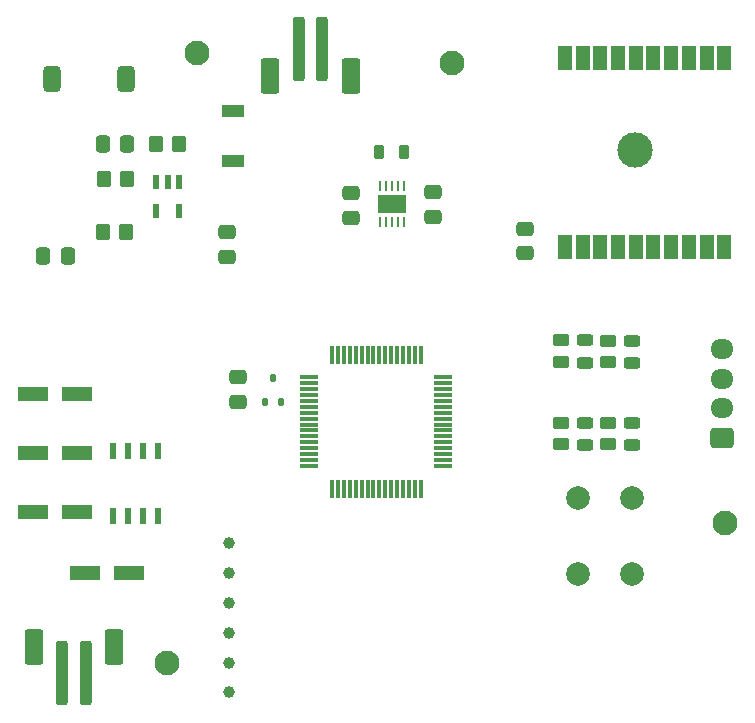
<source format=gbr>
%TF.GenerationSoftware,KiCad,Pcbnew,8.0.5*%
%TF.CreationDate,2024-10-17T13:29:10-04:00*%
%TF.ProjectId,PCB,5043422e-6b69-4636-9164-5f7063625858,rev?*%
%TF.SameCoordinates,Original*%
%TF.FileFunction,Soldermask,Top*%
%TF.FilePolarity,Negative*%
%FSLAX46Y46*%
G04 Gerber Fmt 4.6, Leading zero omitted, Abs format (unit mm)*
G04 Created by KiCad (PCBNEW 8.0.5) date 2024-10-17 13:29:10*
%MOMM*%
%LPD*%
G01*
G04 APERTURE LIST*
G04 Aperture macros list*
%AMRoundRect*
0 Rectangle with rounded corners*
0 $1 Rounding radius*
0 $2 $3 $4 $5 $6 $7 $8 $9 X,Y pos of 4 corners*
0 Add a 4 corners polygon primitive as box body*
4,1,4,$2,$3,$4,$5,$6,$7,$8,$9,$2,$3,0*
0 Add four circle primitives for the rounded corners*
1,1,$1+$1,$2,$3*
1,1,$1+$1,$4,$5*
1,1,$1+$1,$6,$7*
1,1,$1+$1,$8,$9*
0 Add four rect primitives between the rounded corners*
20,1,$1+$1,$2,$3,$4,$5,0*
20,1,$1+$1,$4,$5,$6,$7,0*
20,1,$1+$1,$6,$7,$8,$9,0*
20,1,$1+$1,$8,$9,$2,$3,0*%
G04 Aperture macros list end*
%ADD10RoundRect,0.250000X0.350000X0.450000X-0.350000X0.450000X-0.350000X-0.450000X0.350000X-0.450000X0*%
%ADD11RoundRect,0.218750X-0.218750X-0.381250X0.218750X-0.381250X0.218750X0.381250X-0.218750X0.381250X0*%
%ADD12RoundRect,0.250000X0.450000X-0.262500X0.450000X0.262500X-0.450000X0.262500X-0.450000X-0.262500X0*%
%ADD13C,2.100000*%
%ADD14R,2.514600X1.219200*%
%ADD15RoundRect,0.375000X-0.375000X-0.725000X0.375000X-0.725000X0.375000X0.725000X-0.375000X0.725000X0*%
%ADD16C,3.000000*%
%ADD17RoundRect,0.050800X0.500000X-1.000000X0.500000X1.000000X-0.500000X1.000000X-0.500000X-1.000000X0*%
%ADD18RoundRect,0.050800X-0.500000X1.000000X-0.500000X-1.000000X0.500000X-1.000000X0.500000X1.000000X0*%
%ADD19RoundRect,0.075000X-0.700000X-0.075000X0.700000X-0.075000X0.700000X0.075000X-0.700000X0.075000X0*%
%ADD20RoundRect,0.075000X-0.075000X-0.700000X0.075000X-0.700000X0.075000X0.700000X-0.075000X0.700000X0*%
%ADD21R,0.558800X1.460500*%
%ADD22RoundRect,0.112500X-0.112500X-0.237500X0.112500X-0.237500X0.112500X0.237500X-0.112500X0.237500X0*%
%ADD23RoundRect,0.250000X-0.350000X-0.450000X0.350000X-0.450000X0.350000X0.450000X-0.350000X0.450000X0*%
%ADD24RoundRect,0.250000X0.250000X2.500000X-0.250000X2.500000X-0.250000X-2.500000X0.250000X-2.500000X0*%
%ADD25RoundRect,0.250000X0.550000X1.250000X-0.550000X1.250000X-0.550000X-1.250000X0.550000X-1.250000X0*%
%ADD26R,0.558800X1.270000*%
%ADD27C,2.000000*%
%ADD28RoundRect,0.250000X-0.250000X-2.500000X0.250000X-2.500000X0.250000X2.500000X-0.250000X2.500000X0*%
%ADD29RoundRect,0.250000X-0.550000X-1.250000X0.550000X-1.250000X0.550000X1.250000X-0.550000X1.250000X0*%
%ADD30C,1.000000*%
%ADD31RoundRect,0.250000X-0.475000X0.337500X-0.475000X-0.337500X0.475000X-0.337500X0.475000X0.337500X0*%
%ADD32RoundRect,0.250000X-0.450000X0.262500X-0.450000X-0.262500X0.450000X-0.262500X0.450000X0.262500X0*%
%ADD33RoundRect,0.250000X0.337500X0.475000X-0.337500X0.475000X-0.337500X-0.475000X0.337500X-0.475000X0*%
%ADD34R,0.240000X0.899999*%
%ADD35R,2.400000X1.649999*%
%ADD36RoundRect,0.243750X0.456250X-0.243750X0.456250X0.243750X-0.456250X0.243750X-0.456250X-0.243750X0*%
%ADD37RoundRect,0.250000X0.475000X-0.337500X0.475000X0.337500X-0.475000X0.337500X-0.475000X-0.337500X0*%
%ADD38R,1.854200X1.066800*%
%ADD39RoundRect,0.250000X0.725000X-0.600000X0.725000X0.600000X-0.725000X0.600000X-0.725000X-0.600000X0*%
%ADD40O,1.950000X1.700000*%
G04 APERTURE END LIST*
D10*
%TO.C,R3*%
X182087500Y-98741800D03*
X180087500Y-98741800D03*
%TD*%
D11*
%TO.C,L1*%
X203365000Y-96440000D03*
X205490000Y-96440000D03*
%TD*%
D12*
%TO.C,R6*%
X218806638Y-114231597D03*
X218806638Y-112406597D03*
%TD*%
D13*
%TO.C,H1*%
X232680000Y-127910000D03*
%TD*%
D14*
%TO.C,C6*%
X177800000Y-121920000D03*
X174091600Y-121920000D03*
%TD*%
D13*
%TO.C,H2*%
X209550000Y-88900000D03*
%TD*%
D15*
%TO.C,L2*%
X175700000Y-90241800D03*
X182000000Y-90241800D03*
%TD*%
D16*
%TO.C,U2*%
X225090000Y-96320000D03*
D17*
X219140000Y-104520000D03*
X220640000Y-104520000D03*
X222140000Y-104520000D03*
X223640000Y-104520000D03*
X225140000Y-104520000D03*
X226640000Y-104520000D03*
X228140000Y-104520000D03*
X229640000Y-104520000D03*
X231140000Y-104520000D03*
X232640000Y-104520000D03*
D18*
X232640000Y-88520000D03*
X231140000Y-88520000D03*
X229640000Y-88520000D03*
X228140000Y-88520000D03*
X226640000Y-88520000D03*
X225140000Y-88520000D03*
X223640000Y-88520000D03*
X222140000Y-88520000D03*
X220640000Y-88520000D03*
X219140000Y-88520000D03*
%TD*%
D19*
%TO.C,U1*%
X197505000Y-115535000D03*
X197505000Y-116035000D03*
X197505000Y-116535000D03*
X197505000Y-117035000D03*
X197505000Y-117535000D03*
X197505000Y-118035000D03*
X197505000Y-118535000D03*
X197505000Y-119035000D03*
X197505000Y-119535000D03*
X197505000Y-120035000D03*
X197505000Y-120535000D03*
X197505000Y-121035000D03*
X197505000Y-121535000D03*
X197505000Y-122035000D03*
X197505000Y-122535000D03*
X197505000Y-123035000D03*
D20*
X199430000Y-124960000D03*
X199930000Y-124960000D03*
X200430000Y-124960000D03*
X200930000Y-124960000D03*
X201430000Y-124960000D03*
X201930000Y-124960000D03*
X202430000Y-124960000D03*
X202930000Y-124960000D03*
X203430000Y-124960000D03*
X203930000Y-124960000D03*
X204430000Y-124960000D03*
X204930000Y-124960000D03*
X205430000Y-124960000D03*
X205930000Y-124960000D03*
X206430000Y-124960000D03*
X206930000Y-124960000D03*
D19*
X208855000Y-123035000D03*
X208855000Y-122535000D03*
X208855000Y-122035000D03*
X208855000Y-121535000D03*
X208855000Y-121035000D03*
X208855000Y-120535000D03*
X208855000Y-120035000D03*
X208855000Y-119535000D03*
X208855000Y-119035000D03*
X208855000Y-118535000D03*
X208855000Y-118035000D03*
X208855000Y-117535000D03*
X208855000Y-117035000D03*
X208855000Y-116535000D03*
X208855000Y-116035000D03*
X208855000Y-115535000D03*
D20*
X206930000Y-113610000D03*
X206430000Y-113610000D03*
X205930000Y-113610000D03*
X205430000Y-113610000D03*
X204930000Y-113610000D03*
X204430000Y-113610000D03*
X203930000Y-113610000D03*
X203430000Y-113610000D03*
X202930000Y-113610000D03*
X202430000Y-113610000D03*
X201930000Y-113610000D03*
X201430000Y-113610000D03*
X200930000Y-113610000D03*
X200430000Y-113610000D03*
X199930000Y-113610000D03*
X199430000Y-113610000D03*
%TD*%
D14*
%TO.C,C9*%
X182194200Y-132080000D03*
X178485800Y-132080000D03*
%TD*%
%TO.C,C7*%
X177800000Y-116920000D03*
X174091600Y-116920000D03*
%TD*%
D21*
%TO.C,U8*%
X184705000Y-121815850D03*
X183435000Y-121815850D03*
X182165000Y-121815850D03*
X180895000Y-121815850D03*
X180895000Y-127264150D03*
X182165000Y-127264150D03*
X183435000Y-127264150D03*
X184705000Y-127264150D03*
%TD*%
D22*
%TO.C,U9*%
X193780000Y-117610000D03*
X195080000Y-117610000D03*
X194430000Y-115610000D03*
%TD*%
D13*
%TO.C,H4*%
X185420000Y-139700000D03*
%TD*%
D23*
%TO.C,R1*%
X180000000Y-103241800D03*
X182000000Y-103241800D03*
%TD*%
D24*
%TO.C,J2*%
X198600000Y-87750000D03*
X196600000Y-87750000D03*
D25*
X201000000Y-90000000D03*
X194200000Y-90000000D03*
%TD*%
D26*
%TO.C,U5*%
X186452500Y-99022600D03*
X185500000Y-99022600D03*
X184547500Y-99022600D03*
X184547500Y-101461000D03*
X186452500Y-101461000D03*
%TD*%
D27*
%TO.C,SW1*%
X224790000Y-125730000D03*
X224790000Y-132230000D03*
X220290000Y-125730000D03*
X220290000Y-132230000D03*
%TD*%
D28*
%TO.C,J3*%
X176586221Y-140594384D03*
X178586221Y-140594384D03*
D29*
X174186221Y-138344384D03*
X180986221Y-138344384D03*
%TD*%
D30*
%TO.C,U3*%
X190700000Y-129540000D03*
X190700000Y-132080000D03*
X190700000Y-134620000D03*
X190700000Y-137160000D03*
X190700000Y-139700000D03*
X190700000Y-142140000D03*
%TD*%
D31*
%TO.C,C5*%
X190500000Y-103241800D03*
X190500000Y-105316800D03*
%TD*%
D32*
%TO.C,R8*%
X222790000Y-112425000D03*
X222790000Y-114250000D03*
%TD*%
D33*
%TO.C,C3*%
X177037500Y-105241800D03*
X174962500Y-105241800D03*
%TD*%
D34*
%TO.C,U4*%
X205479999Y-99320000D03*
X204980000Y-99320000D03*
X204479998Y-99320000D03*
X203979999Y-99320000D03*
X203480000Y-99320000D03*
X203480000Y-102420000D03*
X203979999Y-102420000D03*
X204479998Y-102420000D03*
X204980000Y-102420000D03*
X205479999Y-102420000D03*
D35*
X204479998Y-100870003D03*
%TD*%
D31*
%TO.C,C1*%
X200990000Y-99940000D03*
X200990000Y-102015000D03*
%TD*%
D36*
%TO.C,D6*%
X220828010Y-121243481D03*
X220828010Y-119368481D03*
%TD*%
D37*
%TO.C,C19*%
X191430000Y-117610000D03*
X191430000Y-115535000D03*
%TD*%
D33*
%TO.C,C4*%
X182075000Y-95741800D03*
X180000000Y-95741800D03*
%TD*%
D13*
%TO.C,H3*%
X187960000Y-88100000D03*
%TD*%
D38*
%TO.C,D3*%
X191000000Y-97241800D03*
X191000000Y-93000000D03*
%TD*%
D14*
%TO.C,C8*%
X177800000Y-126920000D03*
X174091600Y-126920000D03*
%TD*%
D36*
%TO.C,D2*%
X220806638Y-114281597D03*
X220806638Y-112406597D03*
%TD*%
D31*
%TO.C,C2*%
X207990000Y-99865000D03*
X207990000Y-101940000D03*
%TD*%
D36*
%TO.C,D5*%
X224790000Y-114300000D03*
X224790000Y-112425000D03*
%TD*%
%TO.C,D4*%
X224790000Y-121255000D03*
X224790000Y-119380000D03*
%TD*%
D39*
%TO.C,J5*%
X232410000Y-120650000D03*
D40*
X232410000Y-118150000D03*
X232410000Y-115650000D03*
X232410000Y-113150000D03*
%TD*%
D23*
%TO.C,R2*%
X184500000Y-95741800D03*
X186500000Y-95741800D03*
%TD*%
D12*
%TO.C,R9*%
X218828010Y-121193481D03*
X218828010Y-119368481D03*
%TD*%
%TO.C,R7*%
X222790000Y-121205000D03*
X222790000Y-119380000D03*
%TD*%
D37*
%TO.C,C18*%
X215755254Y-105032959D03*
X215755254Y-102957959D03*
%TD*%
M02*

</source>
